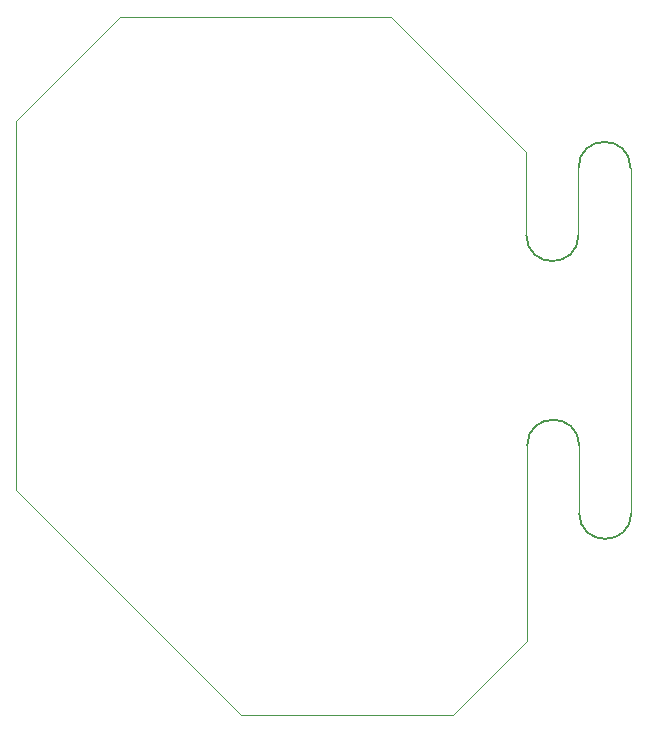
<source format=gbr>
%TF.GenerationSoftware,KiCad,Pcbnew,9.0.4*%
%TF.CreationDate,2025-10-13T15:08:01-05:00*%
%TF.ProjectId,tplane2025,74706c61-6e65-4323-9032-352e6b696361,rev?*%
%TF.SameCoordinates,Original*%
%TF.FileFunction,Profile,NP*%
%FSLAX46Y46*%
G04 Gerber Fmt 4.6, Leading zero omitted, Abs format (unit mm)*
G04 Created by KiCad (PCBNEW 9.0.4) date 2025-10-13 15:08:01*
%MOMM*%
%LPD*%
G01*
G04 APERTURE LIST*
%TA.AperFunction,Profile*%
%ADD10C,0.200000*%
%TD*%
%TA.AperFunction,Profile*%
%ADD11C,0.050000*%
%TD*%
G04 APERTURE END LIST*
D10*
X172904223Y-59480000D02*
G75*
G02*
X177312669Y-59480000I2204223J0D01*
G01*
D11*
X144340000Y-105820000D02*
X125260000Y-86740000D01*
X172964223Y-83005777D02*
X172964223Y-88685777D01*
D10*
X177372669Y-88685777D02*
G75*
G02*
X172964223Y-88685777I-2204223J0D01*
G01*
X168555777Y-83005777D02*
G75*
G02*
X172964223Y-83005777I2204223J0D01*
G01*
D11*
X172904223Y-65160000D02*
X172904223Y-59480000D01*
X162260000Y-105820000D02*
X144340000Y-105820000D01*
X168495777Y-65160000D02*
X168495777Y-58170000D01*
X134060000Y-46710000D02*
X157040000Y-46710000D01*
X177372669Y-88685777D02*
X177312669Y-59480000D01*
X168555777Y-99520000D02*
X162260000Y-105820000D01*
X125260000Y-55510000D02*
X134060000Y-46710000D01*
X168555777Y-83005777D02*
X168555777Y-99520000D01*
X157040000Y-46710000D02*
X168495777Y-58165777D01*
X125260000Y-86740000D02*
X125260000Y-55510000D01*
D10*
X172904223Y-65160000D02*
G75*
G02*
X168495777Y-65160000I-2204223J0D01*
G01*
M02*

</source>
